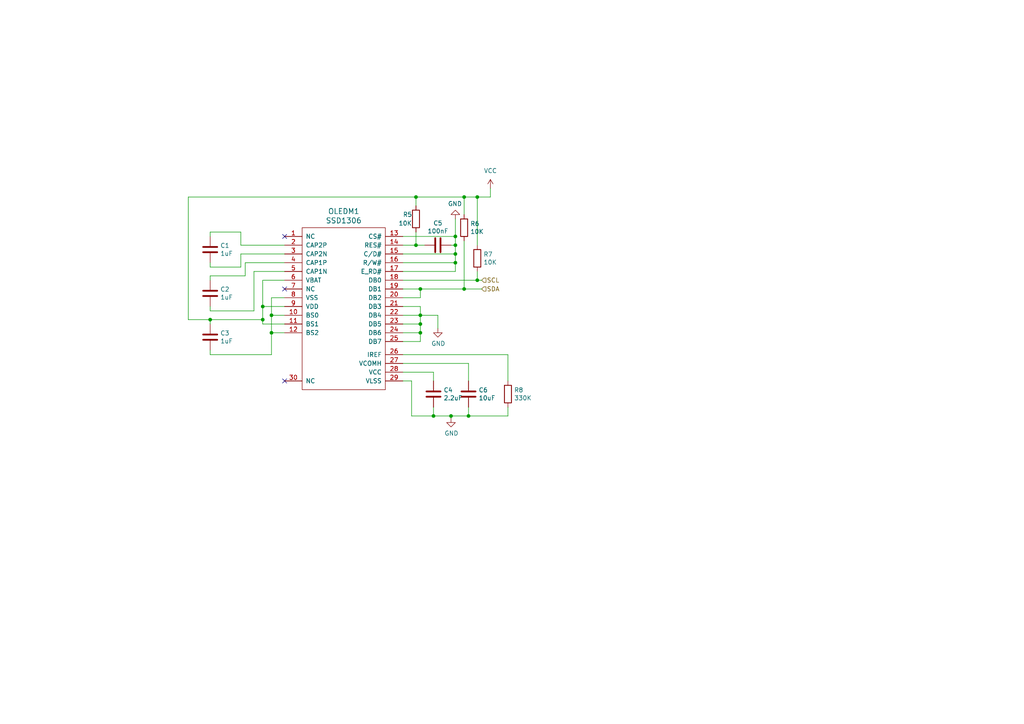
<source format=kicad_sch>
(kicad_sch (version 20241004) (generator "eeschema") (generator_version "8.99")
  (paper "A4")
  (title_block (title "SSD1306 OLED screen") (date "2024-08-31") (rev "1.0"))
  (lib_symbols
    (symbol "Bornhack-Make-Tradition-Badge-rescue:C" (pin_numbers (hide yes)) (pin_names (offset 0.254))
      (property "Reference" "C" (at 0.635 2.54 0))
      (property "Value" "C" (at 0.635 -2.54 0))
      (symbol "C_0_1"
        (polyline (pts (xy -2.032 0.762) (xy 2.032 0.762)) (stroke (width 0.508)))
        (polyline (pts (xy -2.032 -0.762) (xy 2.032 -0.762)) (stroke (width 0.508)))
      )
      (symbol "C_1_1"
        (pin passive line (at 0 3.81 270) (length 2.794) (name "~") (number "1"))
        (pin passive line (at 0 -3.81 90) (length 2.794) (name "~") (number "2"))
      )
    )
    (symbol "Bornhack-Make-Tradition-Badge-rescue:GND" (power) (pin_names (offset 0))
      (property "Value" "GND" (at 0 -3.81 0))
      (symbol "GND_0_1"
        (polyline (pts (xy 0 0) (xy 0 -1.27) (xy 1.27 -1.27) (xy 0 -2.54) (xy -1.27 -1.27) (xy 0 -1.27)))
      )
      (symbol "GND_1_1"
        (pin power_in line (at 0 0 270) (length 0) (hide yes) (name "GND") (number "1"))
      )
    )
    (symbol "Bornhack-Make-Tradition-Badge-rescue:R" (pin_numbers (hide yes)) (pin_names (offset 0))
      (property "Reference" "R" (at 2.032 0 90))
      (property "Value" "R" (at 0 0 90))
      (symbol "R_0_1"
        (rectangle (start -1.016 -2.54) (end 1.016 2.54) (stroke (width 0.254)))
      )
      (symbol "R_1_1"
        (pin passive line (at 0 3.81 270) (length 1.27) (name "~") (number "1"))
        (pin passive line (at 0 -3.81 90) (length 1.27) (name "~") (number "2"))
      )
    )
    (symbol "Bornhack-Make-Tradition-Badge-rescue:SSD1306" (pin_names (offset 1.016))
      (property "Reference" "OLEDM" (at -2.54 3.81 0))
      (property "Value" "SSD1306" (at -2.54 0 0))
      (symbol "SSD1306_0_1"
        (rectangle (start -13.97 21.59) (end 10.16 -25.4))
        (rectangle (start 10.16 -25.4) (end 10.16 -25.4))
      )
      (symbol "SSD1306_1_1"
        (pin passive line (at -19.05 19.05 0) (length 5.08) (name "NC") (number "1"))
        (pin bidirectional line (at -19.05 16.51 0) (length 5.08) (name "CAP2P") (number "2"))
        (pin bidirectional line (at -19.05 13.97 0) (length 5.08) (name "CAP2N") (number "3"))
        (pin bidirectional line (at -19.05 11.43 0) (length 5.08) (name "CAP1P") (number "4"))
        (pin bidirectional line (at -19.05 8.89 0) (length 5.08) (name "CAP1N") (number "5"))
        (pin power_in line (at -19.05 6.35 0) (length 5.08) (name "VBAT") (number "6"))
        (pin passive line (at -19.05 3.81 0) (length 5.08) (name "NC") (number "7"))
        (pin power_in line (at -19.05 1.27 0) (length 5.08) (name "VSS") (number "8"))
        (pin power_in line (at -19.05 -1.27 0) (length 5.08) (name "VDD") (number "9"))
        (pin input line (at -19.05 -3.81 0) (length 5.08) (name "BS0") (number "10"))
        (pin input line (at -19.05 -6.35 0) (length 5.08) (name "BS1") (number "11"))
        (pin input line (at -19.05 -8.89 0) (length 5.08) (name "BS2") (number "12"))
        (pin passive line (at -19.05 -22.86 0) (length 5.08) (name "NC") (number "30"))
        (pin input line (at 15.24 19.05 180) (length 5.08) (name "CS#") (number "13"))
        (pin output line (at 15.24 16.51 180) (length 5.08) (name "RES#") (number "14"))
        (pin input line (at 15.24 13.97 180) (length 5.08) (name "C/D#") (number "15"))
        (pin input line (at 15.24 11.43 180) (length 5.08) (name "R/W#") (number "16"))
        (pin input line (at 15.24 8.89 180) (length 5.08) (name "E_RD#") (number "17"))
        (pin input line (at 15.24 6.35 180) (length 5.08) (name "DB0") (number "18"))
        (pin input line (at 15.24 3.81 180) (length 5.08) (name "DB1") (number "19"))
        (pin input line (at 15.24 1.27 180) (length 5.08) (name "DB2") (number "20"))
        (pin input line (at 15.24 -1.27 180) (length 5.08) (name "DB3") (number "21"))
        (pin input line (at 15.24 -3.81 180) (length 5.08) (name "DB4") (number "22"))
        (pin input line (at 15.24 -6.35 180) (length 5.08) (name "DB5") (number "23"))
        (pin input line (at 15.24 -8.89 180) (length 5.08) (name "DB6") (number "24"))
        (pin input line (at 15.24 -11.43 180) (length 5.08) (name "DB7") (number "25"))
        (pin bidirectional line (at 15.24 -15.24 180) (length 5.08) (name "IREF") (number "26"))
        (pin bidirectional line (at 15.24 -17.78 180) (length 5.08) (name "VCOMH") (number "27"))
        (pin power_in line (at 15.24 -20.32 180) (length 5.08) (name "VCC") (number "28"))
        (pin power_in line (at 15.24 -22.86 180) (length 5.08) (name "VLSS") (number "29"))
      )
    )
    (symbol "power:VCC" (power) (pin_names (offset 0))
      (property "Value" "VCC" (at 0 3.81 0))
      (symbol "VCC_0_1"
        (polyline (pts (xy -0.762 1.27) (xy 0 2.54)))
        (polyline (pts (xy 0 2.54) (xy 0.762 1.27)))
        (polyline (pts (xy 0 0) (xy 0 2.54)))
      )
      (symbol "VCC_1_1"
        (pin power_in line (at 0 0 90) (length 0) (hide yes) (name "VCC") (number "1"))
      )
    )
  )
  (junction (at 76.2 88.9))
  (junction (at 134.62 83.82))
  (junction (at 130.81 120.65))
  (junction (at 132.08 68.58))
  (junction (at 132.08 71.12))
  (junction (at 121.92 93.98))
  (junction (at 76.2 92.71))
  (junction (at 134.62 57.15))
  (junction (at 138.43 57.15))
  (junction (at 60.96 92.71))
  (junction (at 78.74 91.44))
  (junction (at 121.92 96.52))
  (junction (at 125.73 120.65))
  (junction (at 135.89 120.65))
  (junction (at 121.92 91.44))
  (junction (at 78.74 96.52))
  (junction (at 121.92 83.82))
  (junction (at 120.65 71.12))
  (junction (at 132.08 76.2))
  (junction (at 132.08 73.66))
  (junction (at 138.43 81.28))
  (junction (at 120.65 57.15))
  (no_connect (at 82.55 68.58))
  (no_connect (at 82.55 83.82))
  (no_connect (at 82.55 110.49))
  (wire (pts (xy 132.08 68.58) (xy 132.08 71.12)))
  (wire (pts (xy 78.74 96.52) (xy 78.74 102.87)))
  (wire (pts (xy 132.08 73.66) (xy 132.08 76.2)))
  (wire (pts (xy 138.43 71.12) (xy 138.43 57.15)))
  (wire (pts (xy 60.96 102.87) (xy 78.74 102.87)))
  (wire (pts (xy 119.38 120.65) (xy 119.38 110.49)))
  (wire (pts (xy 134.62 83.82) (xy 139.7 83.82)))
  (wire (pts (xy 116.84 91.44) (xy 121.92 91.44)))
  (wire (pts (xy 82.55 71.12) (xy 69.85 71.12)))
  (wire (pts (xy 54.61 92.71) (xy 60.96 92.71)))
  (wire (pts (xy 116.84 83.82) (xy 121.92 83.82)))
  (wire (pts (xy 127 91.44) (xy 127 95.25)))
  (wire (pts (xy 116.84 93.98) (xy 121.92 93.98)))
  (wire (pts (xy 69.85 77.47) (xy 60.96 77.47)))
  (wire (pts (xy 116.84 68.58) (xy 132.08 68.58)))
  (wire (pts (xy 135.89 120.65) (xy 130.81 120.65)))
  (wire (pts (xy 139.7 81.28) (xy 138.43 81.28)))
  (wire (pts (xy 76.2 88.9) (xy 76.2 81.28)))
  (wire (pts (xy 130.81 120.65) (xy 125.73 120.65)))
  (wire (pts (xy 78.74 86.36) (xy 78.74 91.44)))
  (wire (pts (xy 78.74 91.44) (xy 78.74 96.52)))
  (wire (pts (xy 60.96 92.71) (xy 76.2 92.71)))
  (wire (pts (xy 60.96 67.31) (xy 60.96 68.58)))
  (wire (pts (xy 71.12 76.2) (xy 71.12 80.01)))
  (wire (pts (xy 130.81 121.285) (xy 130.81 120.65)))
  (wire (pts (xy 147.32 102.87) (xy 147.32 110.49)))
  (wire (pts (xy 116.84 86.36) (xy 121.92 86.36)))
  (wire (pts (xy 82.55 76.2) (xy 71.12 76.2)))
  (wire (pts (xy 135.89 118.11) (xy 135.89 120.65)))
  (wire (pts (xy 120.65 71.12) (xy 123.19 71.12)))
  (wire (pts (xy 76.2 81.28) (xy 82.55 81.28)))
  (wire (pts (xy 69.85 73.66) (xy 69.85 77.47)))
  (wire (pts (xy 82.55 86.36) (xy 78.74 86.36)))
  (wire (pts (xy 60.96 92.71) (xy 60.96 93.98)))
  (wire (pts (xy 60.96 77.47) (xy 60.96 76.2)))
  (wire (pts (xy 119.38 110.49) (xy 116.84 110.49)))
  (wire (pts (xy 116.84 73.66) (xy 132.08 73.66)))
  (wire (pts (xy 147.32 120.65) (xy 135.89 120.65)))
  (wire (pts (xy 121.92 91.44) (xy 127 91.44)))
  (wire (pts (xy 121.92 83.82) (xy 134.62 83.82)))
  (wire (pts (xy 132.08 63.5) (xy 132.08 68.58)))
  (wire (pts (xy 82.55 88.9) (xy 76.2 88.9)))
  (wire (pts (xy 121.92 86.36) (xy 121.92 83.82)))
  (wire (pts (xy 54.61 57.15) (xy 120.65 57.15)))
  (wire (pts (xy 132.08 71.12) (xy 132.08 73.66)))
  (wire (pts (xy 69.85 67.31) (xy 60.96 67.31)))
  (wire (pts (xy 121.92 96.52) (xy 121.92 99.06)))
  (wire (pts (xy 121.92 99.06) (xy 116.84 99.06)))
  (wire (pts (xy 71.12 80.01) (xy 60.96 80.01)))
  (wire (pts (xy 147.32 118.11) (xy 147.32 120.65)))
  (wire (pts (xy 76.2 92.71) (xy 76.2 88.9)))
  (wire (pts (xy 121.92 88.9) (xy 121.92 91.44)))
  (wire (pts (xy 138.43 81.28) (xy 116.84 81.28)))
  (wire (pts (xy 120.65 59.69) (xy 120.65 57.15)))
  (wire (pts (xy 132.08 76.2) (xy 132.08 78.74)))
  (wire (pts (xy 82.55 73.66) (xy 69.85 73.66)))
  (wire (pts (xy 73.66 78.74) (xy 82.55 78.74)))
  (wire (pts (xy 132.08 78.74) (xy 116.84 78.74)))
  (wire (pts (xy 116.84 76.2) (xy 132.08 76.2)))
  (wire (pts (xy 125.73 120.65) (xy 119.38 120.65)))
  (wire (pts (xy 60.96 88.9) (xy 60.96 90.17)))
  (wire (pts (xy 116.84 71.12) (xy 120.65 71.12)))
  (wire (pts (xy 125.73 118.11) (xy 125.73 120.65)))
  (wire (pts (xy 121.92 93.98) (xy 121.92 96.52)))
  (wire (pts (xy 134.62 62.23) (xy 134.62 57.15)))
  (wire (pts (xy 76.2 93.98) (xy 76.2 92.71)))
  (wire (pts (xy 82.55 96.52) (xy 78.74 96.52)))
  (wire (pts (xy 134.62 57.15) (xy 138.43 57.15)))
  (wire (pts (xy 138.43 57.15) (xy 142.24 57.15)))
  (wire (pts (xy 73.66 90.17) (xy 73.66 78.74)))
  (wire (pts (xy 116.84 96.52) (xy 121.92 96.52)))
  (wire (pts (xy 130.81 71.12) (xy 132.08 71.12)))
  (wire (pts (xy 142.24 57.15) (xy 142.24 54.61)))
  (wire (pts (xy 121.92 91.44) (xy 121.92 93.98)))
  (wire (pts (xy 138.43 78.74) (xy 138.43 81.28)))
  (wire (pts (xy 60.96 80.01) (xy 60.96 81.28)))
  (wire (pts (xy 116.84 107.95) (xy 125.73 107.95)))
  (wire (pts (xy 120.65 67.31) (xy 120.65 71.12)))
  (wire (pts (xy 54.61 92.71) (xy 54.61 57.15)))
  (wire (pts (xy 116.84 88.9) (xy 121.92 88.9)))
  (wire (pts (xy 82.55 91.44) (xy 78.74 91.44)))
  (wire (pts (xy 82.55 93.98) (xy 76.2 93.98)))
  (wire (pts (xy 120.65 57.15) (xy 134.62 57.15)))
  (wire (pts (xy 134.62 69.85) (xy 134.62 83.82)))
  (wire (pts (xy 125.73 107.95) (xy 125.73 110.49)))
  (wire (pts (xy 69.85 71.12) (xy 69.85 67.31)))
  (wire (pts (xy 60.96 101.6) (xy 60.96 102.87)))
  (wire (pts (xy 135.89 105.41) (xy 135.89 110.49)))
  (wire (pts (xy 116.84 105.41) (xy 135.89 105.41)))
  (wire (pts (xy 60.96 90.17) (xy 73.66 90.17)))
  (wire (pts (xy 116.84 102.87) (xy 147.32 102.87)))
  (hierarchical_label "SDA" (shape input) (at 139.7 83.82 0))
  (hierarchical_label "SCL" (shape input) (at 139.7 81.28 0))
  (symbol (lib_id "Bornhack-Make-Tradition-Badge-rescue:GND") (at 132.08 63.5 180) (unit 1)
    (property "Reference" "#PWR09" (effects (hide yes)))
    (property "Value" "GND" (at 131.953 59.1058 0))
  )
  (symbol (lib_id "power:VCC") (at 142.24 54.61 0) (unit 1)
    (property "Reference" "#PWR010" (effects (hide yes)))
    (property "Value" "VCC" (at 142.24 49.53 0))
  )
  (symbol (lib_id "Bornhack-Make-Tradition-Badge-rescue:SSD1306") (at 101.6 87.63 0) (unit 1)
    (property "Reference" "OLEDM1" (at 99.695 61.2902 0) (effects (font (size 1.524 1.524))))
    (property "Value" "SSD1306" (at 99.695 63.9826 0) (effects (font (size 1.524 1.524))))
    (property "Footprint" "Opto:IROP055-SSD1306Z-PADS-ONLY" (effects (hide yes)))
  )
  (symbol (lib_id "Bornhack-Make-Tradition-Badge-rescue:C") (at 135.89 114.3 0) (unit 1)
    (property "Reference" "C6" (at 138.811 113.1316 0) (effects (justify left)))
    (property "Value" "10uF" (at 138.811 115.443 0) (effects (justify left)))
    (property "Footprint" "Capacitor_SMD:C_0603_1608Metric" (effects (hide yes)))
  )
  (symbol (lib_id "Bornhack-Make-Tradition-Badge-rescue:R") (at 138.43 74.93 0) (unit 1)
    (property "Reference" "R7" (at 140.208 73.7616 0) (effects (justify left)))
    (property "Value" "10K" (at 140.208 76.073 0) (effects (justify left)))
    (property "Footprint" "Resistor_SMD:R_0603_1608Metric" (effects (hide yes)))
  )
  (symbol (lib_id "Bornhack-Make-Tradition-Badge-rescue:GND") (at 127 95.25 0) (unit 1)
    (property "Reference" "#PWR07" (effects (hide yes)))
    (property "Value" "GND" (at 127.127 99.6442 0))
  )
  (symbol (lib_id "Bornhack-Make-Tradition-Badge-rescue:C") (at 60.96 97.79 0) (unit 1)
    (property "Reference" "C3" (at 63.881 96.6216 0) (effects (justify left)))
    (property "Value" "1uF" (at 63.881 98.933 0) (effects (justify left)))
    (property "Footprint" "Capacitor_SMD:C_0603_1608Metric" (effects (hide yes)))
  )
  (symbol (lib_id "Bornhack-Make-Tradition-Badge-rescue:C") (at 127 71.12 270) (unit 1)
    (property "Reference" "C5" (at 127 64.7192 90))
    (property "Value" "100nF" (at 127 67.0306 90))
    (property "Footprint" "Capacitor_SMD:C_0603_1608Metric" (effects (hide yes)))
  )
  (symbol (lib_id "Bornhack-Make-Tradition-Badge-rescue:R") (at 147.32 114.3 0) (unit 1)
    (property "Reference" "R8" (at 149.098 113.1316 0) (effects (justify left)))
    (property "Value" "330K" (at 149.098 115.443 0) (effects (justify left)))
    (property "Footprint" "Resistor_SMD:R_0603_1608Metric" (effects (hide yes)))
  )
  (symbol (lib_id "Bornhack-Make-Tradition-Badge-rescue:C") (at 60.96 72.39 0) (unit 1)
    (property "Reference" "C1" (at 63.881 71.2216 0) (effects (justify left)))
    (property "Value" "1uF" (at 63.881 73.533 0) (effects (justify left)))
    (property "Footprint" "Capacitor_SMD:C_0603_1608Metric" (effects (hide yes)))
  )
  (symbol (lib_id "Bornhack-Make-Tradition-Badge-rescue:R") (at 134.62 66.04 0) (unit 1)
    (property "Reference" "R6" (at 136.398 64.8716 0) (effects (justify left)))
    (property "Value" "10K" (at 136.398 67.183 0) (effects (justify left)))
    (property "Footprint" "Resistor_SMD:R_0603_1608Metric" (effects (hide yes)))
  )
  (symbol (lib_id "Bornhack-Make-Tradition-Badge-rescue:C") (at 60.96 85.09 0) (unit 1)
    (property "Reference" "C2" (at 63.881 83.9216 0) (effects (justify left)))
    (property "Value" "1uF" (at 63.881 86.233 0) (effects (justify left)))
    (property "Footprint" "Capacitor_SMD:C_0603_1608Metric" (effects (hide yes)))
  )
  (symbol (lib_id "Bornhack-Make-Tradition-Badge-rescue:GND") (at 130.81 121.285 0) (unit 1)
    (property "Reference" "#PWR08" (effects (hide yes)))
    (property "Value" "GND" (at 130.937 125.6792 0))
  )
  (symbol (lib_id "Bornhack-Make-Tradition-Badge-rescue:R") (at 120.65 63.5 0) (unit 1)
    (property "Reference" "R5" (at 116.84 62.23 0) (effects (justify left)))
    (property "Value" "10K" (at 115.57 64.77 0) (effects (justify left)))
    (property "Footprint" "Resistor_SMD:R_0603_1608Metric" (effects (hide yes)))
  )
  (symbol (lib_id "Bornhack-Make-Tradition-Badge-rescue:C") (at 125.73 114.3 0) (unit 1)
    (property "Reference" "C4" (at 128.651 113.1316 0) (effects (justify left)))
    (property "Value" "2.2uF" (at 128.651 115.443 0) (effects (justify left)))
    (property "Footprint" "Capacitor_SMD:C_0603_1608Metric" (effects (hide yes)))
  )
)
</source>
